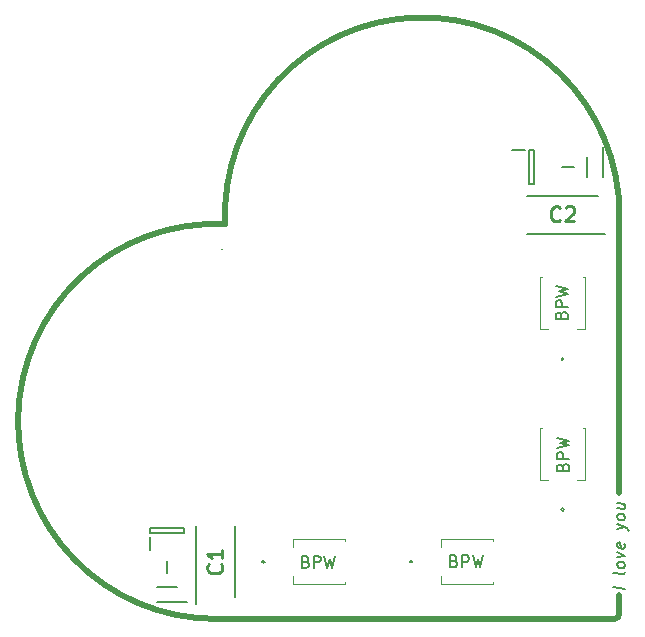
<source format=gbr>
%TF.GenerationSoftware,KiCad,Pcbnew,(5.1.12-1-g0a0a2da680)-1*%
%TF.CreationDate,2021-11-24T18:51:27+01:00*%
%TF.ProjectId,loveu,6c6f7665-752e-46b6-9963-61645f706362,rev?*%
%TF.SameCoordinates,Original*%
%TF.FileFunction,Legend,Top*%
%TF.FilePolarity,Positive*%
%FSLAX46Y46*%
G04 Gerber Fmt 4.6, Leading zero omitted, Abs format (unit mm)*
G04 Created by KiCad (PCBNEW (5.1.12-1-g0a0a2da680)-1) date 2021-11-24 18:51:27*
%MOMM*%
%LPD*%
G01*
G04 APERTURE LIST*
%ADD10C,0.150000*%
%ADD11C,0.500000*%
%ADD12C,0.200000*%
%ADD13C,0.100000*%
%ADD14C,0.254000*%
G04 APERTURE END LIST*
D10*
X144278571Y-88500000D02*
X144326190Y-88357142D01*
X144373809Y-88309523D01*
X144469047Y-88261904D01*
X144611904Y-88261904D01*
X144707142Y-88309523D01*
X144754761Y-88357142D01*
X144802380Y-88452380D01*
X144802380Y-88833333D01*
X143802380Y-88833333D01*
X143802380Y-88500000D01*
X143850000Y-88404761D01*
X143897619Y-88357142D01*
X143992857Y-88309523D01*
X144088095Y-88309523D01*
X144183333Y-88357142D01*
X144230952Y-88404761D01*
X144278571Y-88500000D01*
X144278571Y-88833333D01*
X144802380Y-87833333D02*
X143802380Y-87833333D01*
X143802380Y-87452380D01*
X143850000Y-87357142D01*
X143897619Y-87309523D01*
X143992857Y-87261904D01*
X144135714Y-87261904D01*
X144230952Y-87309523D01*
X144278571Y-87357142D01*
X144326190Y-87452380D01*
X144326190Y-87833333D01*
X143802380Y-86928571D02*
X144802380Y-86690476D01*
X144088095Y-86500000D01*
X144802380Y-86309523D01*
X143802380Y-86071428D01*
X144378571Y-101350000D02*
X144426190Y-101207142D01*
X144473809Y-101159523D01*
X144569047Y-101111904D01*
X144711904Y-101111904D01*
X144807142Y-101159523D01*
X144854761Y-101207142D01*
X144902380Y-101302380D01*
X144902380Y-101683333D01*
X143902380Y-101683333D01*
X143902380Y-101350000D01*
X143950000Y-101254761D01*
X143997619Y-101207142D01*
X144092857Y-101159523D01*
X144188095Y-101159523D01*
X144283333Y-101207142D01*
X144330952Y-101254761D01*
X144378571Y-101350000D01*
X144378571Y-101683333D01*
X144902380Y-100683333D02*
X143902380Y-100683333D01*
X143902380Y-100302380D01*
X143950000Y-100207142D01*
X143997619Y-100159523D01*
X144092857Y-100111904D01*
X144235714Y-100111904D01*
X144330952Y-100159523D01*
X144378571Y-100207142D01*
X144426190Y-100302380D01*
X144426190Y-100683333D01*
X143902380Y-99778571D02*
X144902380Y-99540476D01*
X144188095Y-99350000D01*
X144902380Y-99159523D01*
X143902380Y-98921428D01*
X135200000Y-109328571D02*
X135342857Y-109376190D01*
X135390476Y-109423809D01*
X135438095Y-109519047D01*
X135438095Y-109661904D01*
X135390476Y-109757142D01*
X135342857Y-109804761D01*
X135247619Y-109852380D01*
X134866666Y-109852380D01*
X134866666Y-108852380D01*
X135200000Y-108852380D01*
X135295238Y-108900000D01*
X135342857Y-108947619D01*
X135390476Y-109042857D01*
X135390476Y-109138095D01*
X135342857Y-109233333D01*
X135295238Y-109280952D01*
X135200000Y-109328571D01*
X134866666Y-109328571D01*
X135866666Y-109852380D02*
X135866666Y-108852380D01*
X136247619Y-108852380D01*
X136342857Y-108900000D01*
X136390476Y-108947619D01*
X136438095Y-109042857D01*
X136438095Y-109185714D01*
X136390476Y-109280952D01*
X136342857Y-109328571D01*
X136247619Y-109376190D01*
X135866666Y-109376190D01*
X136771428Y-108852380D02*
X137009523Y-109852380D01*
X137200000Y-109138095D01*
X137390476Y-109852380D01*
X137628571Y-108852380D01*
X122650000Y-109378571D02*
X122792857Y-109426190D01*
X122840476Y-109473809D01*
X122888095Y-109569047D01*
X122888095Y-109711904D01*
X122840476Y-109807142D01*
X122792857Y-109854761D01*
X122697619Y-109902380D01*
X122316666Y-109902380D01*
X122316666Y-108902380D01*
X122650000Y-108902380D01*
X122745238Y-108950000D01*
X122792857Y-108997619D01*
X122840476Y-109092857D01*
X122840476Y-109188095D01*
X122792857Y-109283333D01*
X122745238Y-109330952D01*
X122650000Y-109378571D01*
X122316666Y-109378571D01*
X123316666Y-109902380D02*
X123316666Y-108902380D01*
X123697619Y-108902380D01*
X123792857Y-108950000D01*
X123840476Y-108997619D01*
X123888095Y-109092857D01*
X123888095Y-109235714D01*
X123840476Y-109330952D01*
X123792857Y-109378571D01*
X123697619Y-109426190D01*
X123316666Y-109426190D01*
X124221428Y-108902380D02*
X124459523Y-109902380D01*
X124650000Y-109188095D01*
X124840476Y-109902380D01*
X125078571Y-108902380D01*
D11*
X115819130Y-80799114D02*
G75*
G02*
X149200000Y-80000000I16680870J799114D01*
G01*
X114995734Y-114219150D02*
G75*
G02*
X115800000Y-80800000I4266J16719150D01*
G01*
X149200000Y-113800000D02*
G75*
G02*
X148800000Y-114200000I-400000J0D01*
G01*
X148800000Y-114200000D02*
X115000000Y-114200000D01*
X149200000Y-112200000D02*
X149200000Y-113800000D01*
X149200000Y-103600000D02*
X149200000Y-80000000D01*
D10*
X149652380Y-111671413D02*
X148652380Y-111546413D01*
X149652380Y-110290461D02*
X149604761Y-110379747D01*
X149509523Y-110415461D01*
X148652380Y-110308318D01*
X149652380Y-109766651D02*
X149604761Y-109855937D01*
X149557142Y-109897604D01*
X149461904Y-109933318D01*
X149176190Y-109897604D01*
X149080952Y-109838080D01*
X149033333Y-109784508D01*
X148985714Y-109683318D01*
X148985714Y-109540461D01*
X149033333Y-109451175D01*
X149080952Y-109409508D01*
X149176190Y-109373794D01*
X149461904Y-109409508D01*
X149557142Y-109469032D01*
X149604761Y-109522604D01*
X149652380Y-109623794D01*
X149652380Y-109766651D01*
X148985714Y-109016651D02*
X149652380Y-108861889D01*
X148985714Y-108540461D01*
X149604761Y-107855937D02*
X149652380Y-107957127D01*
X149652380Y-108147604D01*
X149604761Y-108236889D01*
X149509523Y-108272604D01*
X149128571Y-108224985D01*
X149033333Y-108165461D01*
X148985714Y-108064270D01*
X148985714Y-107873794D01*
X149033333Y-107784508D01*
X149128571Y-107748794D01*
X149223809Y-107760699D01*
X149319047Y-108248794D01*
X148985714Y-106635699D02*
X149652380Y-106480937D01*
X148985714Y-106159508D02*
X149652380Y-106480937D01*
X149890476Y-106605937D01*
X149938095Y-106659508D01*
X149985714Y-106760699D01*
X149652380Y-105719032D02*
X149604761Y-105808318D01*
X149557142Y-105849985D01*
X149461904Y-105885699D01*
X149176190Y-105849985D01*
X149080952Y-105790461D01*
X149033333Y-105736889D01*
X148985714Y-105635699D01*
X148985714Y-105492842D01*
X149033333Y-105403556D01*
X149080952Y-105361889D01*
X149176190Y-105326175D01*
X149461904Y-105361889D01*
X149557142Y-105421413D01*
X149604761Y-105474985D01*
X149652380Y-105576175D01*
X149652380Y-105719032D01*
X148985714Y-104445223D02*
X149652380Y-104528556D01*
X148985714Y-104873794D02*
X149509523Y-104939270D01*
X149604761Y-104903556D01*
X149652380Y-104814270D01*
X149652380Y-104671413D01*
X149604761Y-104570223D01*
X149557142Y-104516651D01*
D12*
%TO.C,LED1*%
X115548924Y-82923797D02*
X115548924Y-82923797D01*
%TO.C,R2*%
X110918410Y-110363487D02*
X110918410Y-109313487D01*
%TO.C,R1*%
X144313487Y-75981590D02*
X145363487Y-75981590D01*
%TO.C,Q2*%
X141513487Y-74531590D02*
X141963487Y-74531590D01*
X141963487Y-74531590D02*
X141963487Y-77431590D01*
X141963487Y-77431590D02*
X141513487Y-77431590D01*
X141513487Y-77431590D02*
X141513487Y-74531590D01*
X140113487Y-74481590D02*
X141163487Y-74481590D01*
%TO.C,Q1*%
X109418410Y-108363487D02*
X109418410Y-107313487D01*
X112368410Y-106963487D02*
X109468410Y-106963487D01*
X112368410Y-106513487D02*
X112368410Y-106963487D01*
X109468410Y-106513487D02*
X112368410Y-106513487D01*
X109468410Y-106963487D02*
X109468410Y-106513487D01*
%TO.C,D2*%
X147788486Y-74281589D02*
X147788486Y-76831589D01*
X146488486Y-75131589D02*
X146488486Y-76831589D01*
%TO.C,D1*%
X112618409Y-112788486D02*
X110068409Y-112788486D01*
X111768409Y-111488486D02*
X110068409Y-111488486D01*
%TO.C,C2*%
X147375000Y-78375000D02*
X141375000Y-78375000D01*
X141375000Y-81625000D02*
X147975000Y-81625000D01*
%TO.C,C1*%
X116625000Y-112375000D02*
X116625000Y-106375000D01*
X113375000Y-106375000D02*
X113375000Y-112975000D01*
%TO.C,BPW4*%
X144370000Y-92300000D02*
X144370000Y-92300000D01*
X144370000Y-92100000D02*
X144370000Y-92100000D01*
X144370000Y-92300000D02*
X144370000Y-92300000D01*
D13*
X146120000Y-85300000D02*
X146295000Y-85300000D01*
X146120000Y-85300000D02*
X146120000Y-85300000D01*
X146295000Y-85300000D02*
X146120000Y-85300000D01*
X146295000Y-85300000D02*
X146295000Y-85300000D01*
X146295000Y-89700000D02*
X145620000Y-89700000D01*
X146295000Y-89700000D02*
X146295000Y-89700000D01*
X145620000Y-89700000D02*
X146295000Y-89700000D01*
X145620000Y-89700000D02*
X145620000Y-89700000D01*
X142620000Y-85300000D02*
X142445000Y-85300000D01*
X142620000Y-85300000D02*
X142620000Y-85300000D01*
X142445000Y-85300000D02*
X142620000Y-85300000D01*
X142445000Y-85300000D02*
X142445000Y-85300000D01*
X142445000Y-89700000D02*
X143120000Y-89700000D01*
X142445000Y-89700000D02*
X142445000Y-89700000D01*
X143120000Y-89700000D02*
X142445000Y-89700000D01*
X143120000Y-89700000D02*
X143120000Y-89700000D01*
X146295000Y-89700000D02*
X146295000Y-89700000D01*
X146295000Y-85300000D02*
X146295000Y-89700000D01*
X146295000Y-85300000D02*
X146295000Y-85300000D01*
X146295000Y-89700000D02*
X146295000Y-85300000D01*
X142445000Y-89700000D02*
X142445000Y-89700000D01*
X142445000Y-85300000D02*
X142445000Y-89700000D01*
X142445000Y-85300000D02*
X142445000Y-85300000D01*
X142445000Y-89700000D02*
X142445000Y-85300000D01*
D12*
X144370000Y-92100000D02*
G75*
G02*
X144370000Y-92300000I0J-100000D01*
G01*
X144370000Y-92300000D02*
G75*
G02*
X144370000Y-92100000I0J100000D01*
G01*
X144370000Y-92100000D02*
G75*
G02*
X144370000Y-92300000I0J-100000D01*
G01*
%TO.C,BPW3*%
X144375000Y-105050000D02*
X144375000Y-105050000D01*
X144375000Y-104850000D02*
X144375000Y-104850000D01*
X144375000Y-105050000D02*
X144375000Y-105050000D01*
D13*
X146125000Y-98050000D02*
X146300000Y-98050000D01*
X146125000Y-98050000D02*
X146125000Y-98050000D01*
X146300000Y-98050000D02*
X146125000Y-98050000D01*
X146300000Y-98050000D02*
X146300000Y-98050000D01*
X146300000Y-102450000D02*
X145625000Y-102450000D01*
X146300000Y-102450000D02*
X146300000Y-102450000D01*
X145625000Y-102450000D02*
X146300000Y-102450000D01*
X145625000Y-102450000D02*
X145625000Y-102450000D01*
X142625000Y-98050000D02*
X142450000Y-98050000D01*
X142625000Y-98050000D02*
X142625000Y-98050000D01*
X142450000Y-98050000D02*
X142625000Y-98050000D01*
X142450000Y-98050000D02*
X142450000Y-98050000D01*
X142450000Y-102450000D02*
X143125000Y-102450000D01*
X142450000Y-102450000D02*
X142450000Y-102450000D01*
X143125000Y-102450000D02*
X142450000Y-102450000D01*
X143125000Y-102450000D02*
X143125000Y-102450000D01*
X146300000Y-102450000D02*
X146300000Y-102450000D01*
X146300000Y-98050000D02*
X146300000Y-102450000D01*
X146300000Y-98050000D02*
X146300000Y-98050000D01*
X146300000Y-102450000D02*
X146300000Y-98050000D01*
X142450000Y-102450000D02*
X142450000Y-102450000D01*
X142450000Y-98050000D02*
X142450000Y-102450000D01*
X142450000Y-98050000D02*
X142450000Y-98050000D01*
X142450000Y-102450000D02*
X142450000Y-98050000D01*
D12*
X144375000Y-104850000D02*
G75*
G02*
X144375000Y-105050000I0J-100000D01*
G01*
X144375000Y-105050000D02*
G75*
G02*
X144375000Y-104850000I0J100000D01*
G01*
X144375000Y-104850000D02*
G75*
G02*
X144375000Y-105050000I0J-100000D01*
G01*
%TO.C,BPW2*%
X131450000Y-109375000D02*
X131450000Y-109375000D01*
X131650000Y-109375000D02*
X131650000Y-109375000D01*
X131450000Y-109375000D02*
X131450000Y-109375000D01*
D13*
X138450000Y-111125000D02*
X138450000Y-111300000D01*
X138450000Y-111125000D02*
X138450000Y-111125000D01*
X138450000Y-111300000D02*
X138450000Y-111125000D01*
X138450000Y-111300000D02*
X138450000Y-111300000D01*
X134050000Y-111300000D02*
X134050000Y-110625000D01*
X134050000Y-111300000D02*
X134050000Y-111300000D01*
X134050000Y-110625000D02*
X134050000Y-111300000D01*
X134050000Y-110625000D02*
X134050000Y-110625000D01*
X138450000Y-107625000D02*
X138450000Y-107450000D01*
X138450000Y-107625000D02*
X138450000Y-107625000D01*
X138450000Y-107450000D02*
X138450000Y-107625000D01*
X138450000Y-107450000D02*
X138450000Y-107450000D01*
X134050000Y-107450000D02*
X134050000Y-108125000D01*
X134050000Y-107450000D02*
X134050000Y-107450000D01*
X134050000Y-108125000D02*
X134050000Y-107450000D01*
X134050000Y-108125000D02*
X134050000Y-108125000D01*
X134050000Y-111300000D02*
X134050000Y-111300000D01*
X138450000Y-111300000D02*
X134050000Y-111300000D01*
X138450000Y-111300000D02*
X138450000Y-111300000D01*
X134050000Y-111300000D02*
X138450000Y-111300000D01*
X134050000Y-107450000D02*
X134050000Y-107450000D01*
X138450000Y-107450000D02*
X134050000Y-107450000D01*
X138450000Y-107450000D02*
X138450000Y-107450000D01*
X134050000Y-107450000D02*
X138450000Y-107450000D01*
D12*
X131650000Y-109375000D02*
G75*
G02*
X131450000Y-109375000I-100000J0D01*
G01*
X131450000Y-109375000D02*
G75*
G02*
X131650000Y-109375000I100000J0D01*
G01*
X131650000Y-109375000D02*
G75*
G02*
X131450000Y-109375000I-100000J0D01*
G01*
%TO.C,BPW1*%
X118950000Y-109375000D02*
X118950000Y-109375000D01*
X119150000Y-109375000D02*
X119150000Y-109375000D01*
X118950000Y-109375000D02*
X118950000Y-109375000D01*
D13*
X125950000Y-111125000D02*
X125950000Y-111300000D01*
X125950000Y-111125000D02*
X125950000Y-111125000D01*
X125950000Y-111300000D02*
X125950000Y-111125000D01*
X125950000Y-111300000D02*
X125950000Y-111300000D01*
X121550000Y-111300000D02*
X121550000Y-110625000D01*
X121550000Y-111300000D02*
X121550000Y-111300000D01*
X121550000Y-110625000D02*
X121550000Y-111300000D01*
X121550000Y-110625000D02*
X121550000Y-110625000D01*
X125950000Y-107625000D02*
X125950000Y-107450000D01*
X125950000Y-107625000D02*
X125950000Y-107625000D01*
X125950000Y-107450000D02*
X125950000Y-107625000D01*
X125950000Y-107450000D02*
X125950000Y-107450000D01*
X121550000Y-107450000D02*
X121550000Y-108125000D01*
X121550000Y-107450000D02*
X121550000Y-107450000D01*
X121550000Y-108125000D02*
X121550000Y-107450000D01*
X121550000Y-108125000D02*
X121550000Y-108125000D01*
X121550000Y-111300000D02*
X121550000Y-111300000D01*
X125950000Y-111300000D02*
X121550000Y-111300000D01*
X125950000Y-111300000D02*
X125950000Y-111300000D01*
X121550000Y-111300000D02*
X125950000Y-111300000D01*
X121550000Y-107450000D02*
X121550000Y-107450000D01*
X125950000Y-107450000D02*
X121550000Y-107450000D01*
X125950000Y-107450000D02*
X125950000Y-107450000D01*
X121550000Y-107450000D02*
X125950000Y-107450000D01*
D12*
X119150000Y-109375000D02*
G75*
G02*
X118950000Y-109375000I-100000J0D01*
G01*
X118950000Y-109375000D02*
G75*
G02*
X119150000Y-109375000I100000J0D01*
G01*
X119150000Y-109375000D02*
G75*
G02*
X118950000Y-109375000I-100000J0D01*
G01*
%TO.C,C2*%
D14*
X144163333Y-80453571D02*
X144102857Y-80514047D01*
X143921428Y-80574523D01*
X143800476Y-80574523D01*
X143619047Y-80514047D01*
X143498095Y-80393095D01*
X143437619Y-80272142D01*
X143377142Y-80030238D01*
X143377142Y-79848809D01*
X143437619Y-79606904D01*
X143498095Y-79485952D01*
X143619047Y-79365000D01*
X143800476Y-79304523D01*
X143921428Y-79304523D01*
X144102857Y-79365000D01*
X144163333Y-79425476D01*
X144647142Y-79425476D02*
X144707619Y-79365000D01*
X144828571Y-79304523D01*
X145130952Y-79304523D01*
X145251904Y-79365000D01*
X145312380Y-79425476D01*
X145372857Y-79546428D01*
X145372857Y-79667380D01*
X145312380Y-79848809D01*
X144586666Y-80574523D01*
X145372857Y-80574523D01*
%TO.C,C1*%
X115453571Y-109586666D02*
X115514047Y-109647142D01*
X115574523Y-109828571D01*
X115574523Y-109949523D01*
X115514047Y-110130952D01*
X115393095Y-110251904D01*
X115272142Y-110312380D01*
X115030238Y-110372857D01*
X114848809Y-110372857D01*
X114606904Y-110312380D01*
X114485952Y-110251904D01*
X114365000Y-110130952D01*
X114304523Y-109949523D01*
X114304523Y-109828571D01*
X114365000Y-109647142D01*
X114425476Y-109586666D01*
X115574523Y-108377142D02*
X115574523Y-109102857D01*
X115574523Y-108740000D02*
X114304523Y-108740000D01*
X114485952Y-108860952D01*
X114606904Y-108981904D01*
X114667380Y-109102857D01*
%TD*%
M02*

</source>
